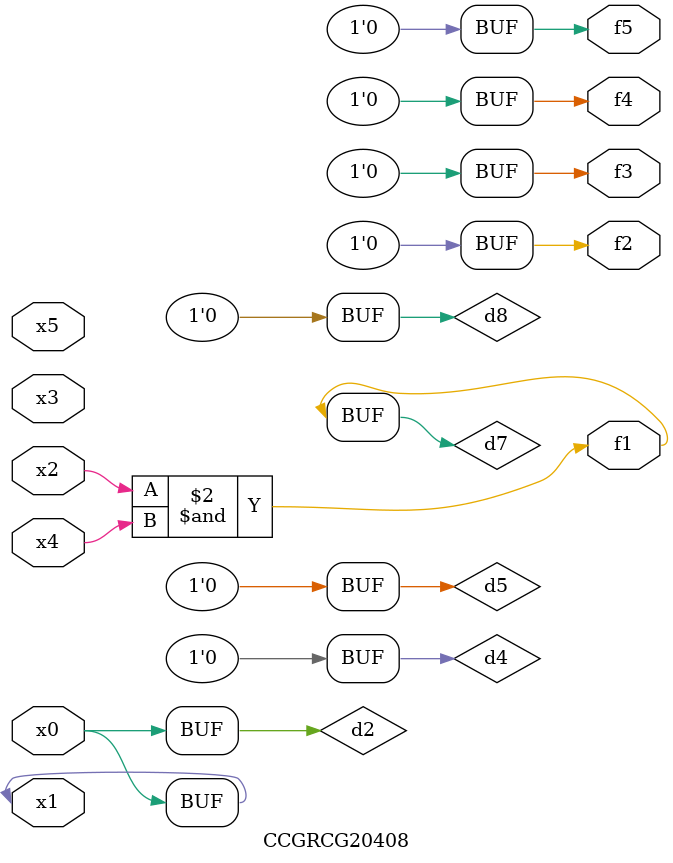
<source format=v>
module CCGRCG20408(
	input x0, x1, x2, x3, x4, x5,
	output f1, f2, f3, f4, f5
);

	wire d1, d2, d3, d4, d5, d6, d7, d8, d9;

	nand (d1, x1);
	buf (d2, x0, x1);
	nand (d3, x2, x4);
	and (d4, d1, d2);
	and (d5, d1, d2);
	nand (d6, d1, d3);
	not (d7, d3);
	xor (d8, d5);
	nor (d9, d5, d6);
	assign f1 = d7;
	assign f2 = d8;
	assign f3 = d8;
	assign f4 = d8;
	assign f5 = d8;
endmodule

</source>
